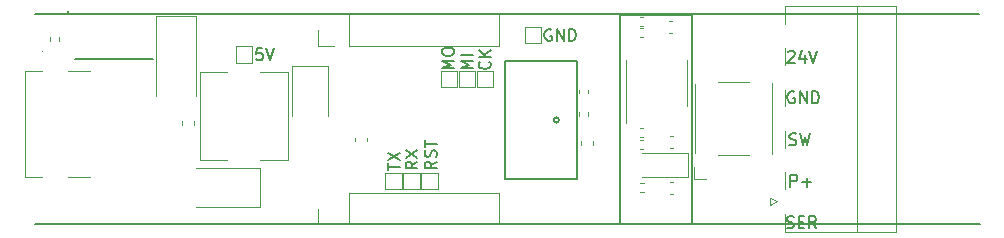
<source format=gto>
%TF.GenerationSoftware,KiCad,Pcbnew,(6.0.7)*%
%TF.CreationDate,2022-08-25T13:00:14+08:00*%
%TF.ProjectId,T12_SolderingStation,5431325f-536f-46c6-9465-72696e675374,rev?*%
%TF.SameCoordinates,Original*%
%TF.FileFunction,Legend,Top*%
%TF.FilePolarity,Positive*%
%FSLAX45Y45*%
G04 Gerber Fmt 4.5, Leading zero omitted, Abs format (unit mm)*
G04 Created by KiCad (PCBNEW (6.0.7)) date 2022-08-25 13:00:14*
%MOMM*%
%LPD*%
G01*
G04 APERTURE LIST*
%ADD10C,0.152399*%
%ADD11C,0.150000*%
%ADD12C,0.120000*%
%ADD13C,0.152400*%
%ADD14C,0.125000*%
%ADD15C,0.100000*%
G04 APERTURE END LIST*
D10*
X12591360Y-8737600D02*
G75*
G03*
X12591360Y-8737600I-22500J0D01*
G01*
X13111360Y-7852600D02*
X13721360Y-7852600D01*
D11*
X8153400Y-7843520D02*
X16149320Y-7843520D01*
D10*
X13111360Y-9622600D02*
X13111360Y-7852600D01*
X13721360Y-9622600D02*
X13721360Y-7852600D01*
D11*
X8156440Y-9622440D02*
X16152360Y-9622440D01*
D10*
X13111360Y-9622600D02*
X13721360Y-9622600D01*
D11*
X14582649Y-8501560D02*
X14573126Y-8496798D01*
X14558840Y-8496798D01*
X14544554Y-8501560D01*
X14535030Y-8511084D01*
X14530268Y-8520608D01*
X14525507Y-8539655D01*
X14525507Y-8553941D01*
X14530268Y-8572989D01*
X14535030Y-8582512D01*
X14544554Y-8592036D01*
X14558840Y-8596798D01*
X14568364Y-8596798D01*
X14582649Y-8592036D01*
X14587411Y-8587274D01*
X14587411Y-8553941D01*
X14568364Y-8553941D01*
X14630268Y-8596798D02*
X14630268Y-8496798D01*
X14687411Y-8596798D01*
X14687411Y-8496798D01*
X14735030Y-8596798D02*
X14735030Y-8496798D01*
X14758840Y-8496798D01*
X14773126Y-8501560D01*
X14782649Y-8511084D01*
X14787411Y-8520608D01*
X14792173Y-8539655D01*
X14792173Y-8553941D01*
X14787411Y-8572989D01*
X14782649Y-8582512D01*
X14773126Y-8592036D01*
X14758840Y-8596798D01*
X14735030Y-8596798D01*
X14519790Y-9648676D02*
X14534076Y-9653438D01*
X14557886Y-9653438D01*
X14567409Y-9648676D01*
X14572171Y-9643914D01*
X14576933Y-9634390D01*
X14576933Y-9624867D01*
X14572171Y-9615343D01*
X14567409Y-9610581D01*
X14557886Y-9605819D01*
X14538838Y-9601057D01*
X14529314Y-9596295D01*
X14524552Y-9591533D01*
X14519790Y-9582010D01*
X14519790Y-9572486D01*
X14524552Y-9562962D01*
X14529314Y-9558200D01*
X14538838Y-9553438D01*
X14562648Y-9553438D01*
X14576933Y-9558200D01*
X14619790Y-9601057D02*
X14653124Y-9601057D01*
X14667409Y-9653438D02*
X14619790Y-9653438D01*
X14619790Y-9553438D01*
X14667409Y-9553438D01*
X14767409Y-9653438D02*
X14734076Y-9605819D01*
X14710267Y-9653438D02*
X14710267Y-9553438D01*
X14748362Y-9553438D01*
X14757886Y-9558200D01*
X14762648Y-9562962D01*
X14767409Y-9572486D01*
X14767409Y-9586771D01*
X14762648Y-9596295D01*
X14757886Y-9601057D01*
X14748362Y-9605819D01*
X14710267Y-9605819D01*
X11144598Y-9161150D02*
X11144598Y-9104008D01*
X11244598Y-9132579D02*
X11144598Y-9132579D01*
X11144598Y-9080198D02*
X11244598Y-9013531D01*
X11144598Y-9013531D02*
X11244598Y-9080198D01*
X14529632Y-8160882D02*
X14534394Y-8156120D01*
X14543918Y-8151358D01*
X14567728Y-8151358D01*
X14577251Y-8156120D01*
X14582013Y-8160882D01*
X14586775Y-8170406D01*
X14586775Y-8179929D01*
X14582013Y-8194215D01*
X14524870Y-8251358D01*
X14586775Y-8251358D01*
X14672489Y-8184691D02*
X14672489Y-8251358D01*
X14648680Y-8146596D02*
X14624870Y-8218025D01*
X14686775Y-8218025D01*
X14710585Y-8151358D02*
X14743918Y-8251358D01*
X14777251Y-8151358D01*
X12525249Y-7973240D02*
X12515726Y-7968478D01*
X12501440Y-7968478D01*
X12487154Y-7973240D01*
X12477630Y-7982764D01*
X12472868Y-7992288D01*
X12468107Y-8011335D01*
X12468107Y-8025621D01*
X12472868Y-8044668D01*
X12477630Y-8054192D01*
X12487154Y-8063716D01*
X12501440Y-8068478D01*
X12510964Y-8068478D01*
X12525249Y-8063716D01*
X12530011Y-8058954D01*
X12530011Y-8025621D01*
X12510964Y-8025621D01*
X12572868Y-8068478D02*
X12572868Y-7968478D01*
X12630011Y-8068478D01*
X12630011Y-7968478D01*
X12677630Y-8068478D02*
X12677630Y-7968478D01*
X12701440Y-7968478D01*
X12715726Y-7973240D01*
X12725249Y-7982764D01*
X12730011Y-7992288D01*
X12734773Y-8011335D01*
X12734773Y-8025621D01*
X12730011Y-8044668D01*
X12725249Y-8054192D01*
X12715726Y-8063716D01*
X12701440Y-8068478D01*
X12677630Y-8068478D01*
X11554478Y-9089722D02*
X11506859Y-9123055D01*
X11554478Y-9146865D02*
X11454478Y-9146865D01*
X11454478Y-9108770D01*
X11459240Y-9099246D01*
X11464002Y-9094484D01*
X11473526Y-9089722D01*
X11487811Y-9089722D01*
X11497335Y-9094484D01*
X11502097Y-9099246D01*
X11506859Y-9108770D01*
X11506859Y-9146865D01*
X11549716Y-9051627D02*
X11554478Y-9037341D01*
X11554478Y-9013531D01*
X11549716Y-9004008D01*
X11544954Y-8999246D01*
X11535430Y-8994484D01*
X11525907Y-8994484D01*
X11516383Y-8999246D01*
X11511621Y-9004008D01*
X11506859Y-9013531D01*
X11502097Y-9032579D01*
X11497335Y-9042103D01*
X11492573Y-9046865D01*
X11483049Y-9051627D01*
X11473526Y-9051627D01*
X11464002Y-9046865D01*
X11459240Y-9042103D01*
X11454478Y-9032579D01*
X11454478Y-9008770D01*
X11459240Y-8994484D01*
X11454478Y-8965912D02*
X11454478Y-8908770D01*
X11554478Y-8937341D02*
X11454478Y-8937341D01*
X14550425Y-9302918D02*
X14550425Y-9202918D01*
X14588520Y-9202918D01*
X14598044Y-9207680D01*
X14602806Y-9212442D01*
X14607568Y-9221966D01*
X14607568Y-9236251D01*
X14602806Y-9245775D01*
X14598044Y-9250537D01*
X14588520Y-9255299D01*
X14550425Y-9255299D01*
X14650425Y-9264823D02*
X14726615Y-9264823D01*
X14688520Y-9302918D02*
X14688520Y-9226728D01*
X12002154Y-8244851D02*
X12006916Y-8249613D01*
X12011678Y-8263899D01*
X12011678Y-8273423D01*
X12006916Y-8287708D01*
X11997392Y-8297232D01*
X11987868Y-8301994D01*
X11968821Y-8306756D01*
X11954535Y-8306756D01*
X11935488Y-8301994D01*
X11925964Y-8297232D01*
X11916440Y-8287708D01*
X11911678Y-8273423D01*
X11911678Y-8263899D01*
X11916440Y-8249613D01*
X11921202Y-8244851D01*
X12011678Y-8201994D02*
X11911678Y-8201994D01*
X12011678Y-8144851D02*
X11954535Y-8187708D01*
X11911678Y-8144851D02*
X11968821Y-8201994D01*
X11859278Y-8301994D02*
X11759278Y-8301994D01*
X11830707Y-8268661D01*
X11759278Y-8235327D01*
X11859278Y-8235327D01*
X11859278Y-8187708D02*
X11759278Y-8187708D01*
X10077952Y-8131038D02*
X10030333Y-8131038D01*
X10025571Y-8178657D01*
X10030333Y-8173895D01*
X10039857Y-8169133D01*
X10063667Y-8169133D01*
X10073190Y-8173895D01*
X10077952Y-8178657D01*
X10082714Y-8188181D01*
X10082714Y-8211990D01*
X10077952Y-8221514D01*
X10073190Y-8226276D01*
X10063667Y-8231038D01*
X10039857Y-8231038D01*
X10030333Y-8226276D01*
X10025571Y-8221514D01*
X10111286Y-8131038D02*
X10144619Y-8231038D01*
X10177952Y-8131038D01*
X11701798Y-8301994D02*
X11601798Y-8301994D01*
X11673227Y-8268661D01*
X11601798Y-8235328D01*
X11701798Y-8235328D01*
X11601798Y-8168661D02*
X11601798Y-8149613D01*
X11606560Y-8140089D01*
X11616084Y-8130566D01*
X11635131Y-8125804D01*
X11668465Y-8125804D01*
X11687512Y-8130566D01*
X11697036Y-8140089D01*
X11701798Y-8149613D01*
X11701798Y-8168661D01*
X11697036Y-8178185D01*
X11687512Y-8187708D01*
X11668465Y-8192470D01*
X11635131Y-8192470D01*
X11616084Y-8187708D01*
X11606560Y-8178185D01*
X11601798Y-8168661D01*
X14542646Y-8947636D02*
X14556931Y-8952398D01*
X14580741Y-8952398D01*
X14590265Y-8947636D01*
X14595027Y-8942874D01*
X14599788Y-8933350D01*
X14599788Y-8923827D01*
X14595027Y-8914303D01*
X14590265Y-8909541D01*
X14580741Y-8904779D01*
X14561693Y-8900017D01*
X14552169Y-8895255D01*
X14547408Y-8890493D01*
X14542646Y-8880970D01*
X14542646Y-8871446D01*
X14547408Y-8861922D01*
X14552169Y-8857160D01*
X14561693Y-8852398D01*
X14585503Y-8852398D01*
X14599788Y-8857160D01*
X14633122Y-8852398D02*
X14656931Y-8952398D01*
X14675979Y-8880970D01*
X14695027Y-8952398D01*
X14718836Y-8852398D01*
X11391918Y-9089722D02*
X11344299Y-9123055D01*
X11391918Y-9146865D02*
X11291918Y-9146865D01*
X11291918Y-9108770D01*
X11296680Y-9099246D01*
X11301442Y-9094484D01*
X11310966Y-9089722D01*
X11325251Y-9089722D01*
X11334775Y-9094484D01*
X11339537Y-9099246D01*
X11344299Y-9108770D01*
X11344299Y-9146865D01*
X11291918Y-9056389D02*
X11391918Y-8989722D01*
X11291918Y-8989722D02*
X11391918Y-9056389D01*
D12*
%TO.C,TP3*%
X11588600Y-8462160D02*
X11588600Y-8322160D01*
X11728600Y-8322160D02*
X11728600Y-8462160D01*
X11588600Y-8322160D02*
X11728600Y-8322160D01*
X11728600Y-8462160D02*
X11588600Y-8462160D01*
%TO.C,J6*%
X10810240Y-8108600D02*
X10810240Y-7842600D01*
X10550240Y-8108600D02*
X10550240Y-7975600D01*
X12086240Y-8108600D02*
X12086240Y-7842600D01*
X10810240Y-7842600D02*
X12086240Y-7842600D01*
X10683240Y-8108600D02*
X10550240Y-8108600D01*
X10810240Y-8108600D02*
X12086240Y-8108600D01*
%TO.C,U4*%
X13160280Y-8422640D02*
X13160280Y-8227640D01*
X13672280Y-8422640D02*
X13672280Y-8617640D01*
X13160280Y-8422640D02*
X13160280Y-8767640D01*
X13672280Y-8422640D02*
X13672280Y-8227640D01*
%TO.C,L1*%
X9783780Y-9074580D02*
X9553780Y-9074580D01*
X9553780Y-9074580D02*
X9553780Y-8334580D01*
X10063780Y-8334580D02*
X10293780Y-8334580D01*
X10293780Y-8334580D02*
X10293780Y-9074580D01*
X9553780Y-8334580D02*
X9783780Y-8334580D01*
X10293780Y-9074580D02*
X10063780Y-9074580D01*
D13*
%TO.C,D5*%
X8492610Y-8223765D02*
X9152610Y-8223765D01*
X8492610Y-7843765D02*
X9152610Y-7843765D01*
D14*
X8440110Y-7823765D02*
G75*
G03*
X8440110Y-7823765I-7500J0D01*
G01*
D12*
%TO.C,TP7*%
X11121240Y-9325760D02*
X11121240Y-9185760D01*
X11261240Y-9185760D02*
X11261240Y-9325760D01*
X11121240Y-9185760D02*
X11261240Y-9185760D01*
X11261240Y-9325760D02*
X11121240Y-9325760D01*
%TO.C,TP5*%
X11426040Y-9325760D02*
X11426040Y-9185760D01*
X11566040Y-9185760D02*
X11566040Y-9325760D01*
X11426040Y-9185760D02*
X11566040Y-9185760D01*
X11566040Y-9325760D02*
X11426040Y-9325760D01*
D10*
%TO.C,SW2*%
X12130840Y-9237600D02*
X12740840Y-9237600D01*
X12740840Y-8237600D02*
X12130840Y-8237600D01*
X12130840Y-8237600D02*
X12130840Y-9237600D01*
X12740840Y-9237600D02*
X12740840Y-8237600D01*
D12*
%TO.C,C1*%
X9499800Y-8777058D02*
X9499800Y-8748942D01*
X9397800Y-8777058D02*
X9397800Y-8748942D01*
%TO.C,C3*%
X10865920Y-8891182D02*
X10865920Y-8919298D01*
X10967920Y-8891182D02*
X10967920Y-8919298D01*
%TO.C,TP8*%
X11273640Y-9185760D02*
X11413640Y-9185760D01*
X11413640Y-9325760D02*
X11273640Y-9325760D01*
X11273640Y-9325760D02*
X11273640Y-9185760D01*
X11413640Y-9185760D02*
X11413640Y-9325760D01*
%TO.C,D4*%
X13681920Y-9218600D02*
X13291920Y-9218600D01*
X13681920Y-9018600D02*
X13291920Y-9018600D01*
X13681920Y-9218600D02*
X13681920Y-9018600D01*
%TO.C,TP4*%
X11893400Y-8322160D02*
X12033400Y-8322160D01*
X12033400Y-8322160D02*
X12033400Y-8462160D01*
X11893400Y-8462160D02*
X11893400Y-8322160D01*
X12033400Y-8462160D02*
X11893400Y-8462160D01*
%TO.C,C11*%
X12878500Y-8918502D02*
X12878500Y-8946618D01*
X12776500Y-8918502D02*
X12776500Y-8946618D01*
%TO.C,C15*%
X13529222Y-8871400D02*
X13557338Y-8871400D01*
X13529222Y-8973400D02*
X13557338Y-8973400D01*
%TO.C,R19*%
X13273916Y-8907880D02*
X13304644Y-8907880D01*
X13273916Y-8983880D02*
X13304644Y-8983880D01*
%TO.C,R18*%
X13304644Y-8882280D02*
X13273916Y-8882280D01*
X13304644Y-8806280D02*
X13273916Y-8806280D01*
%TO.C,R17*%
X13274956Y-7863940D02*
X13305684Y-7863940D01*
X13274956Y-7939940D02*
X13305684Y-7939940D01*
%TO.C,R5*%
X8359040Y-8067164D02*
X8359040Y-8036436D01*
X8283040Y-8067164D02*
X8283040Y-8036436D01*
%TO.C,C4*%
X9518200Y-8532140D02*
X9518200Y-7856140D01*
X9176200Y-7856140D02*
X9176200Y-8532140D01*
X9518200Y-7856140D02*
X9176200Y-7856140D01*
%TO.C,R15*%
X13305684Y-8039000D02*
X13274956Y-8039000D01*
X13305684Y-7963000D02*
X13274956Y-7963000D01*
%TO.C,C14*%
X13529222Y-9262560D02*
X13557338Y-9262560D01*
X13529222Y-9364560D02*
X13557338Y-9364560D01*
%TO.C,J1*%
X8617780Y-8326160D02*
X8437780Y-8326160D01*
X8066780Y-9220160D02*
X8212780Y-9220160D01*
X8066780Y-9220160D02*
X8066780Y-8326160D01*
X8617780Y-9220160D02*
X8437780Y-9220160D01*
X8066780Y-8326160D02*
X8212780Y-8326160D01*
%TO.C,J4*%
X14504480Y-7771020D02*
X14504480Y-7922020D01*
X14504480Y-9683020D02*
X14504480Y-9532020D01*
X15446480Y-9683020D02*
X15446480Y-7771020D01*
X14375480Y-9397020D02*
X14435480Y-9427020D01*
X14504480Y-8972020D02*
X14504480Y-8832020D01*
X14375480Y-9457020D02*
X14375480Y-9397020D01*
X14504480Y-9322020D02*
X14504480Y-9182020D01*
X14504480Y-9683020D02*
X15446480Y-9683020D01*
X14504480Y-8622020D02*
X14504480Y-8482020D01*
X14504480Y-8272020D02*
X14504480Y-8132020D01*
X15446480Y-7771020D02*
X14504480Y-7771020D01*
X14435480Y-9427020D02*
X14375480Y-9457020D01*
X15115480Y-9683020D02*
X15115480Y-7771020D01*
%TO.C,R16*%
X13309724Y-9344560D02*
X13278996Y-9344560D01*
X13309724Y-9268560D02*
X13278996Y-9268560D01*
%TO.C,SW1*%
X13836520Y-9237440D02*
X13736520Y-9237440D01*
X13936520Y-9037440D02*
X14196520Y-9037440D01*
X13736520Y-9237440D02*
X13736520Y-9137440D01*
X13741520Y-8437440D02*
X13741520Y-9017440D01*
X13936520Y-8417440D02*
X14196520Y-8417440D01*
X14391520Y-8427440D02*
X14391520Y-9027440D01*
%TO.C,R11*%
X12763600Y-8671236D02*
X12763600Y-8701964D01*
X12839600Y-8671236D02*
X12839600Y-8701964D01*
D15*
%TO.C,D2*%
X8219360Y-8160800D02*
G75*
G03*
X8219360Y-8160800I-5000J0D01*
G01*
D12*
%TO.C,C2*%
X10633580Y-8704320D02*
X10633580Y-8283320D01*
X10633580Y-8283320D02*
X10331580Y-8283320D01*
X10331580Y-8283320D02*
X10331580Y-8704320D01*
%TO.C,TP2*%
X11741000Y-8322160D02*
X11881000Y-8322160D01*
X11881000Y-8462160D02*
X11741000Y-8462160D01*
X11741000Y-8462160D02*
X11741000Y-8322160D01*
X11881000Y-8322160D02*
X11881000Y-8462160D01*
%TO.C,R14*%
X12763600Y-8511664D02*
X12763600Y-8480936D01*
X12839600Y-8511664D02*
X12839600Y-8480936D01*
%TO.C,C13*%
X13522842Y-7899200D02*
X13550958Y-7899200D01*
X13522842Y-8001200D02*
X13550958Y-8001200D01*
%TO.C,D1*%
X10060580Y-9141560D02*
X9520580Y-9141560D01*
X10060580Y-9471560D02*
X9520580Y-9471560D01*
X10060580Y-9471560D02*
X10060580Y-9141560D01*
%TO.C,J5*%
X10683240Y-9622440D02*
X10550240Y-9622440D01*
X10550240Y-9622440D02*
X10550240Y-9489440D01*
X10810240Y-9622440D02*
X10810240Y-9356440D01*
X10810240Y-9356440D02*
X12086240Y-9356440D01*
X10810240Y-9622440D02*
X12086240Y-9622440D01*
X12086240Y-9622440D02*
X12086240Y-9356440D01*
%TO.C,TP1*%
X9853780Y-8113880D02*
X9993780Y-8113880D01*
X9853780Y-8253880D02*
X9853780Y-8113880D01*
X9993780Y-8113880D02*
X9993780Y-8253880D01*
X9993780Y-8253880D02*
X9853780Y-8253880D01*
%TO.C,TP6*%
X12439800Y-7948780D02*
X12439800Y-8088780D01*
X12299800Y-8088780D02*
X12299800Y-7948780D01*
X12439800Y-8088780D02*
X12299800Y-8088780D01*
X12299800Y-7948780D02*
X12439800Y-7948780D01*
%TD*%
M02*

</source>
